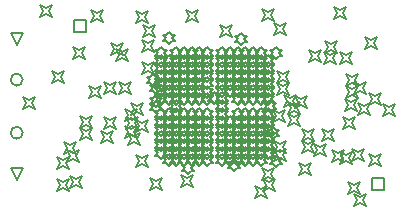
<source format=gbr>
%TF.GenerationSoftware,Altium Limited,Altium Designer,20.2.5 (213)*%
G04 Layer_Color=2752767*
%FSLAX26Y26*%
%MOIN*%
%TF.SameCoordinates,0FE6C2C3-B7F4-45EC-A48D-0F423D7CACB9*%
%TF.FilePolarity,Positive*%
%TF.FileFunction,Drawing*%
%TF.Part,Single*%
G01*
G75*
%TA.AperFunction,NonConductor*%
%ADD38C,0.005000*%
%ADD79C,0.006667*%
D38*
X2713000Y1580000D02*
Y1620000D01*
X2753000D01*
Y1580000D01*
X2713000D01*
X1721000Y2107000D02*
Y2147000D01*
X1761000D01*
Y2107000D01*
X1721000D01*
X1530000Y2064410D02*
X1510000Y2104410D01*
X1550000D01*
X1530000Y2064410D01*
Y1615590D02*
X1510000Y1655590D01*
X1550000D01*
X1530000Y1615590D01*
X2061759Y1864237D02*
X2071759Y1874237D01*
X2081759D01*
X2071759Y1884237D01*
X2081759Y1894237D01*
X2071759D01*
X2061759Y1904237D01*
X2051759Y1894237D01*
X2041759D01*
X2051759Y1884237D01*
X2041759Y1874237D01*
X2051759D01*
X2061759Y1864237D01*
Y1839066D02*
X2071759Y1849066D01*
X2081759D01*
X2071759Y1859066D01*
X2081759Y1869066D01*
X2071759D01*
X2061759Y1879066D01*
X2051759Y1869066D01*
X2041759D01*
X2051759Y1859066D01*
X2041759Y1849066D01*
X2051759D01*
X2061759Y1839066D01*
X2213590Y1868317D02*
X2223590Y1878317D01*
X2233590D01*
X2223590Y1888317D01*
X2233590Y1898317D01*
X2223590D01*
X2213590Y1908317D01*
X2203590Y1898317D01*
X2193590D01*
X2203590Y1888317D01*
X2193590Y1878317D01*
X2203590D01*
X2213590Y1868317D01*
X2215305Y1839066D02*
X2225305Y1849066D01*
X2235305D01*
X2225305Y1859066D01*
X2235305Y1869066D01*
X2225305D01*
X2215305Y1879066D01*
X2205305Y1869066D01*
X2195305D01*
X2205305Y1859066D01*
X2195305Y1849066D01*
X2205305D01*
X2215305Y1839066D01*
X2164121Y1864237D02*
X2174121Y1874237D01*
X2184121D01*
X2174121Y1884237D01*
X2184121Y1894237D01*
X2174121D01*
X2164121Y1904237D01*
X2154121Y1894237D01*
X2144121D01*
X2154121Y1884237D01*
X2144121Y1874237D01*
X2154121D01*
X2164121Y1864237D01*
X2189074Y1866381D02*
X2199074Y1876381D01*
X2209074D01*
X2199074Y1886381D01*
X2209074Y1896381D01*
X2199074D01*
X2189074Y1906381D01*
X2179074Y1896381D01*
X2169074D01*
X2179074Y1886381D01*
X2169074Y1876381D01*
X2179074D01*
X2189074Y1866381D01*
X2292077Y1736283D02*
X2302077Y1746283D01*
X2312077D01*
X2302077Y1756283D01*
X2312077Y1766283D01*
X2302077D01*
X2292077Y1776283D01*
X2282077Y1766283D01*
X2272077D01*
X2282077Y1756283D01*
X2272077Y1746283D01*
X2282077D01*
X2292077Y1736283D01*
X2240895D02*
X2250895Y1746283D01*
X2260895D01*
X2250895Y1756283D01*
X2260895Y1766283D01*
X2250895D01*
X2240895Y1776283D01*
X2230895Y1766283D01*
X2220895D01*
X2230895Y1756283D01*
X2220895Y1746283D01*
X2230895D01*
X2240895Y1736283D01*
X2266485D02*
X2276485Y1746283D01*
X2286485D01*
X2276485Y1756283D01*
X2286485Y1766283D01*
X2276485D01*
X2266485Y1776283D01*
X2256485Y1766283D01*
X2246485D01*
X2256485Y1756283D01*
X2246485Y1746283D01*
X2256485D01*
X2266485Y1736283D01*
X2215305D02*
X2225305Y1746283D01*
X2235305D01*
X2225305Y1756283D01*
X2235305Y1766283D01*
X2225305D01*
X2215305Y1776283D01*
X2205305Y1766283D01*
X2195305D01*
X2205305Y1756283D01*
X2195305Y1746283D01*
X2205305D01*
X2215305Y1736283D01*
X2317667D02*
X2327667Y1746283D01*
X2337667D01*
X2327667Y1756283D01*
X2337667Y1766283D01*
X2327667D01*
X2317667Y1776283D01*
X2307667Y1766283D01*
X2297667D01*
X2307667Y1756283D01*
X2297667Y1746283D01*
X2307667D01*
X2317667Y1736283D01*
X2164121Y1813055D02*
X2174121Y1823055D01*
X2184121D01*
X2174121Y1833055D01*
X2184121Y1843055D01*
X2174121D01*
X2164121Y1853055D01*
X2154121Y1843055D01*
X2144121D01*
X2154121Y1833055D01*
X2144121Y1823055D01*
X2154121D01*
X2164121Y1813055D01*
X2215305Y1889829D02*
X2225305Y1899829D01*
X2235305D01*
X2225305Y1909829D01*
X2235305Y1919829D01*
X2225305D01*
X2215305Y1929829D01*
X2205305Y1919829D01*
X2195305D01*
X2205305Y1909829D01*
X2195305Y1899829D01*
X2205305D01*
X2215305Y1889829D01*
X2317667Y1761875D02*
X2327667Y1771875D01*
X2337667D01*
X2327667Y1781875D01*
X2337667Y1791875D01*
X2327667D01*
X2317667Y1801875D01*
X2307667Y1791875D01*
X2297667D01*
X2307667Y1781875D01*
X2297667Y1771875D01*
X2307667D01*
X2317667Y1761875D01*
X2343257D02*
X2353257Y1771875D01*
X2363257D01*
X2353257Y1781875D01*
X2363257Y1791875D01*
X2353257D01*
X2343257Y1801875D01*
X2333257Y1791875D01*
X2323257D01*
X2333257Y1781875D01*
X2323257Y1771875D01*
X2333257D01*
X2343257Y1761875D01*
X2368847D02*
X2378847Y1771875D01*
X2388847D01*
X2378847Y1781875D01*
X2388847Y1791875D01*
X2378847D01*
X2368847Y1801875D01*
X2358847Y1791875D01*
X2348847D01*
X2358847Y1781875D01*
X2348847Y1771875D01*
X2358847D01*
X2368847Y1761875D01*
X2343257Y1736283D02*
X2353257Y1746283D01*
X2363257D01*
X2353257Y1756283D01*
X2363257Y1766283D01*
X2353257D01*
X2343257Y1776283D01*
X2333257Y1766283D01*
X2323257D01*
X2333257Y1756283D01*
X2323257Y1746283D01*
X2333257D01*
X2343257Y1736283D01*
X2164448Y1915745D02*
X2174448Y1925745D01*
X2184448D01*
X2174448Y1935745D01*
X2184448Y1945745D01*
X2174448D01*
X2164448Y1955745D01*
X2154448Y1945745D01*
X2144448D01*
X2154448Y1935745D01*
X2144448Y1925745D01*
X2154448D01*
X2164448Y1915745D01*
X2163039Y1888747D02*
X2173039Y1898747D01*
X2183039D01*
X2173039Y1908747D01*
X2183039Y1918747D01*
X2173039D01*
X2163039Y1928747D01*
X2153039Y1918747D01*
X2143039D01*
X2153039Y1908747D01*
X2143039Y1898747D01*
X2153039D01*
X2163039Y1888747D01*
X2215305Y1915419D02*
X2225305Y1925419D01*
X2235305D01*
X2225305Y1935419D01*
X2235305Y1945419D01*
X2225305D01*
X2215305Y1955419D01*
X2205305Y1945419D01*
X2195305D01*
X2205305Y1935419D01*
X2195305Y1925419D01*
X2205305D01*
X2215305Y1915419D01*
X2138531Y1864237D02*
X2148531Y1874237D01*
X2158531D01*
X2148531Y1884237D01*
X2158531Y1894237D01*
X2148531D01*
X2138531Y1904237D01*
X2128531Y1894237D01*
X2118531D01*
X2128531Y1884237D01*
X2118531Y1874237D01*
X2128531D01*
X2138531Y1864237D01*
Y1915419D02*
X2148531Y1925419D01*
X2158531D01*
X2148531Y1935419D01*
X2158531Y1945419D01*
X2148531D01*
X2138531Y1955419D01*
X2128531Y1945419D01*
X2118531D01*
X2128531Y1935419D01*
X2118531Y1925419D01*
X2128531D01*
X2138531Y1915419D01*
Y1889829D02*
X2148531Y1899829D01*
X2158531D01*
X2148531Y1909829D01*
X2158531Y1919829D01*
X2148531D01*
X2138531Y1929829D01*
X2128531Y1919829D01*
X2118531D01*
X2128531Y1909829D01*
X2118531Y1899829D01*
X2128531D01*
X2138531Y1889829D01*
X2164121Y1710693D02*
X2174121Y1720693D01*
X2184121D01*
X2174121Y1730693D01*
X2184121Y1740693D01*
X2174121D01*
X2164121Y1750693D01*
X2154121Y1740693D01*
X2144121D01*
X2154121Y1730693D01*
X2144121Y1720693D01*
X2154121D01*
X2164121Y1710693D01*
Y1685103D02*
X2174121Y1695103D01*
X2184121D01*
X2174121Y1705103D01*
X2184121Y1715103D01*
X2174121D01*
X2164121Y1725103D01*
X2154121Y1715103D01*
X2144121D01*
X2154121Y1705103D01*
X2144121Y1695103D01*
X2154121D01*
X2164121Y1685103D01*
X2061759Y1813055D02*
X2071759Y1823055D01*
X2081759D01*
X2071759Y1833055D01*
X2081759Y1843055D01*
X2071759D01*
X2061759Y1853055D01*
X2051759Y1843055D01*
X2041759D01*
X2051759Y1833055D01*
X2041759Y1823055D01*
X2051759D01*
X2061759Y1813055D01*
X2087351D02*
X2097351Y1823055D01*
X2107351D01*
X2097351Y1833055D01*
X2107351Y1843055D01*
X2097351D01*
X2087351Y1853055D01*
X2077351Y1843055D01*
X2067351D01*
X2077351Y1833055D01*
X2067351Y1823055D01*
X2077351D01*
X2087351Y1813055D01*
X2666916Y1829163D02*
X2676916Y1849163D01*
X2666916Y1869163D01*
X2686916Y1859163D01*
X2706916Y1869163D01*
X2696916Y1849163D01*
X2706916Y1829163D01*
X2686916Y1839163D01*
X2666916Y1829163D01*
X2624514Y1843944D02*
X2634514Y1863944D01*
X2624514Y1883944D01*
X2644514Y1873944D01*
X2664514Y1883944D01*
X2654514Y1863944D01*
X2664514Y1843944D01*
X2644514Y1853944D01*
X2624514Y1843944D01*
X2704945Y1864922D02*
X2714945Y1884922D01*
X2704945Y1904922D01*
X2724945Y1894922D01*
X2744945Y1904922D01*
X2734945Y1884922D01*
X2744945Y1864922D01*
X2724945Y1874922D01*
X2704945Y1864922D01*
X2207000Y2091000D02*
X2217000Y2111000D01*
X2207000Y2131000D01*
X2227000Y2121000D01*
X2247000Y2131000D01*
X2237000Y2111000D01*
X2247000Y2091000D01*
X2227000Y2101000D01*
X2207000Y2091000D01*
X2434293Y1833050D02*
X2444293Y1853050D01*
X2434293Y1873050D01*
X2454293Y1863050D01*
X2474293Y1873050D01*
X2464293Y1853050D01*
X2474293Y1833050D01*
X2454293Y1843050D01*
X2434293Y1833050D01*
X2421292Y1858636D02*
X2431292Y1878636D01*
X2421292Y1898636D01*
X2441292Y1888636D01*
X2461292Y1898636D01*
X2451292Y1878636D01*
X2461292Y1858636D01*
X2441292Y1868636D01*
X2421292Y1858636D01*
X2384293Y1805790D02*
X2394293Y1825790D01*
X2384293Y1845790D01*
X2404293Y1835790D01*
X2424293Y1845790D01*
X2414293Y1825790D01*
X2424293Y1805790D01*
X2404293Y1815790D01*
X2384293Y1805790D01*
X2368847Y1864237D02*
X2378847Y1874237D01*
X2388847D01*
X2378847Y1884237D01*
X2388847Y1894237D01*
X2378847D01*
X2368847Y1904237D01*
X2358847Y1894237D01*
X2348847D01*
X2358847Y1884237D01*
X2348847Y1874237D01*
X2358847D01*
X2368847Y1864237D01*
X2628486Y1888525D02*
X2638486Y1908525D01*
X2628486Y1928525D01*
X2648486Y1918525D01*
X2668486Y1928525D01*
X2658486Y1908525D01*
X2668486Y1888525D01*
X2648486Y1898525D01*
X2628486Y1888525D01*
X2456762Y1854184D02*
X2466762Y1874184D01*
X2456762Y1894184D01*
X2476762Y1884184D01*
X2496762Y1894184D01*
X2486762Y1874184D01*
X2496762Y1854184D01*
X2476762Y1864184D01*
X2456762Y1854184D01*
X2434293Y1795050D02*
X2444293Y1815050D01*
X2434293Y1835050D01*
X2454293Y1825050D01*
X2474293Y1835050D01*
X2464293Y1815050D01*
X2474293Y1795050D01*
X2454293Y1805050D01*
X2434293Y1795050D01*
X2373911Y1839066D02*
X2383911Y1849066D01*
X2393911D01*
X2383911Y1859066D01*
X2393911Y1869066D01*
X2383911D01*
X2373911Y1879066D01*
X2363911Y1869066D01*
X2353911D01*
X2363911Y1859066D01*
X2353911Y1849066D01*
X2363911D01*
X2373911Y1839066D01*
X2480248Y1744825D02*
X2490248Y1764825D01*
X2480248Y1784825D01*
X2500248Y1774825D01*
X2520248Y1784825D01*
X2510248Y1764825D01*
X2520248Y1744825D01*
X2500248Y1754825D01*
X2480248Y1744825D01*
Y1705188D02*
X2490248Y1725188D01*
X2480248Y1745188D01*
X2500248Y1735188D01*
X2520248Y1745188D01*
X2510248Y1725188D01*
X2520248Y1705188D01*
X2500248Y1715188D01*
X2480248Y1705188D01*
X2655284Y1526700D02*
X2665284Y1546700D01*
X2655284Y1566700D01*
X2675284Y1556700D01*
X2695284Y1566700D01*
X2685284Y1546700D01*
X2695284Y1526700D01*
X2675284Y1536700D01*
X2655284Y1526700D01*
X2350610Y1576810D02*
X2360610Y1596810D01*
X2350610Y1616810D01*
X2370610Y1606810D01*
X2390610Y1616810D01*
X2380610Y1596810D01*
X2390610Y1576810D01*
X2370610Y1586810D01*
X2350610Y1576810D01*
X2323716Y1555214D02*
X2333716Y1575214D01*
X2323716Y1595214D01*
X2343716Y1585214D01*
X2363716Y1595214D01*
X2353716Y1575214D01*
X2363716Y1555214D01*
X2343716Y1565214D01*
X2323716Y1555214D01*
X2348014Y1615590D02*
X2358014Y1635590D01*
X2348014Y1655590D01*
X2368014Y1645590D01*
X2388014Y1655590D01*
X2378014Y1635590D01*
X2388014Y1615590D01*
X2368014Y1625590D01*
X2348014Y1615590D01*
X2472378Y1629303D02*
X2482378Y1649303D01*
X2472378Y1669303D01*
X2492378Y1659303D01*
X2512378Y1669303D01*
X2502378Y1649303D01*
X2512378Y1629303D01*
X2492378Y1639303D01*
X2472378Y1629303D01*
X2389038Y1705188D02*
X2399038Y1725188D01*
X2389038Y1745188D01*
X2409038Y1735188D01*
X2429038Y1745188D01*
X2419038Y1725188D01*
X2429038Y1705188D01*
X2409038Y1715188D01*
X2389038Y1705188D01*
Y1675816D02*
X2399038Y1695816D01*
X2389038Y1715816D01*
X2409038Y1705816D01*
X2429038Y1715816D01*
X2419038Y1695816D01*
X2429038Y1675816D01*
X2409038Y1685816D01*
X2389038Y1675816D01*
X1975434Y1580000D02*
X1985434Y1600000D01*
X1975434Y1620000D01*
X1995434Y1610000D01*
X2015434Y1620000D01*
X2005434Y1600000D01*
X2015434Y1580000D01*
X1995434Y1590000D01*
X1975434Y1580000D01*
X2396980Y1936060D02*
X2406980Y1956060D01*
X2396980Y1976060D01*
X2416980Y1966060D01*
X2436980Y1976060D01*
X2426980Y1956060D01*
X2436980Y1936060D01*
X2416980Y1946060D01*
X2396980Y1936060D01*
X2397710Y1898060D02*
X2407710Y1918060D01*
X2397710Y1938060D01*
X2417710Y1928060D01*
X2437710Y1938060D01*
X2427710Y1918060D01*
X2437710Y1898060D01*
X2417710Y1908060D01*
X2397710Y1898060D01*
X2385775Y1749079D02*
X2395775Y1759079D01*
X2405775D01*
X2395775Y1769079D01*
X2405775Y1779079D01*
X2395775D01*
X2385775Y1789079D01*
X2375775Y1779079D01*
X2365775D01*
X2375775Y1769079D01*
X2365775Y1759079D01*
X2375775D01*
X2385775Y1749079D01*
X2266531Y1659557D02*
X2276531Y1669557D01*
X2286531D01*
X2276531Y1679557D01*
X2286531Y1689557D01*
X2276531D01*
X2266531Y1699557D01*
X2256531Y1689557D01*
X2246531D01*
X2256531Y1679557D01*
X2246531Y1669557D01*
X2256531D01*
X2266531Y1659557D01*
X2254332Y1643349D02*
X2264332Y1653349D01*
X2274332D01*
X2264332Y1663349D01*
X2274332Y1673349D01*
X2264332D01*
X2254332Y1683349D01*
X2244332Y1673349D01*
X2234332D01*
X2244332Y1663349D01*
X2234332Y1653349D01*
X2244332D01*
X2254332Y1643349D01*
X2704945Y1659511D02*
X2714945Y1679511D01*
X2704945Y1699511D01*
X2724945Y1689511D01*
X2744945Y1699511D01*
X2734945Y1679511D01*
X2744945Y1659511D01*
X2724945Y1669511D01*
X2704945Y1659511D01*
X2608383Y1668161D02*
X2618383Y1688161D01*
X2608383Y1708161D01*
X2628383Y1698161D01*
X2648383Y1708161D01*
X2638383Y1688161D01*
X2648383Y1668161D01*
X2628383Y1678161D01*
X2608383Y1668161D01*
X2547783Y1744825D02*
X2557783Y1764825D01*
X2547783Y1784825D01*
X2567783Y1774825D01*
X2587783Y1784825D01*
X2577783Y1764825D01*
X2587783Y1744825D01*
X2567783Y1754825D01*
X2547783Y1744825D01*
X2076720Y1592064D02*
X2086720Y1612064D01*
X2076720Y1632064D01*
X2096720Y1622064D01*
X2116720Y1632064D01*
X2106720Y1612064D01*
X2116720Y1592064D01*
X2096720Y1602064D01*
X2076720Y1592064D01*
X2628486Y1927575D02*
X2638486Y1947575D01*
X2628486Y1967575D01*
X2648486Y1957575D01*
X2668486Y1967575D01*
X2658486Y1947575D01*
X2668486Y1927575D01*
X2648486Y1937575D01*
X2628486Y1927575D01*
X2582708Y1672307D02*
X2592708Y1692307D01*
X2582708Y1712307D01*
X2602708Y1702307D01*
X2622708Y1712307D01*
X2612708Y1692307D01*
X2622708Y1672307D01*
X2602708Y1682307D01*
X2582708Y1672307D01*
X2555388Y1999284D02*
X2565388Y2019284D01*
X2555388Y2039284D01*
X2575388Y2029284D01*
X2595388Y2039284D01*
X2585388Y2019284D01*
X2595388Y1999284D01*
X2575388Y2009284D01*
X2555388Y1999284D01*
X2503447Y2007644D02*
X2513447Y2027644D01*
X2503447Y2047644D01*
X2523447Y2037644D01*
X2543447Y2047644D01*
X2533447Y2027644D01*
X2543447Y2007644D01*
X2523447Y2017644D01*
X2503447Y2007644D01*
X1550496Y1849684D02*
X1560496Y1869684D01*
X1550496Y1889684D01*
X1570496Y1879684D01*
X1590496Y1889684D01*
X1580496Y1869684D01*
X1590496Y1849684D01*
X1570496Y1859684D01*
X1550496Y1849684D01*
X1740000Y1748601D02*
X1750000Y1768601D01*
X1740000Y1788601D01*
X1760000Y1778601D01*
X1780000Y1788601D01*
X1770000Y1768601D01*
X1780000Y1748601D01*
X1760000Y1758601D01*
X1740000Y1748601D01*
X1820875Y1784789D02*
X1830875Y1804789D01*
X1820875Y1824789D01*
X1840875Y1814789D01*
X1860875Y1824789D01*
X1850875Y1804789D01*
X1860875Y1784789D01*
X1840875Y1794789D01*
X1820875Y1784789D01*
X1892135Y1754521D02*
X1902135Y1774521D01*
X1892135Y1794521D01*
X1912135Y1784521D01*
X1932135Y1794521D01*
X1922135Y1774521D01*
X1932135Y1754521D01*
X1912135Y1764521D01*
X1892135Y1754521D01*
X1895802Y1785058D02*
X1905802Y1805058D01*
X1895802Y1825058D01*
X1915802Y1815058D01*
X1935802Y1825058D01*
X1925802Y1805058D01*
X1935802Y1785058D01*
X1915802Y1795058D01*
X1895802Y1785058D01*
X1927253Y1773616D02*
X1937253Y1793616D01*
X1927253Y1813616D01*
X1947253Y1803616D01*
X1967253Y1813616D01*
X1957253Y1793616D01*
X1967253Y1773616D01*
X1947253Y1783616D01*
X1927253Y1773616D01*
X1994726Y1838549D02*
X2004726Y1848549D01*
X2014726D01*
X2004726Y1858549D01*
X2014726Y1868549D01*
X2004726D01*
X1994726Y1878549D01*
X1984726Y1868549D01*
X1974726D01*
X1984726Y1858549D01*
X1974726Y1848549D01*
X1984726D01*
X1994726Y1838549D01*
X1609209Y2156889D02*
X1619209Y2176889D01*
X1609209Y2196889D01*
X1629209Y2186889D01*
X1649209Y2196889D01*
X1639209Y2176889D01*
X1649209Y2156889D01*
X1629209Y2166889D01*
X1609209Y2156889D01*
X1928155Y2136034D02*
X1938155Y2156034D01*
X1928155Y2176034D01*
X1948155Y2166034D01*
X1968155Y2176034D01*
X1958155Y2156034D01*
X1968155Y2136034D01*
X1948155Y2146034D01*
X1928155Y2136034D01*
X2348847Y2144478D02*
X2358847Y2164478D01*
X2348847Y2184478D01*
X2368847Y2174478D01*
X2388847Y2184478D01*
X2378847Y2164478D01*
X2388847Y2144478D01*
X2368847Y2154478D01*
X2348847Y2144478D01*
X1891644Y1811751D02*
X1901644Y1831751D01*
X1891644Y1851751D01*
X1911644Y1841751D01*
X1931644Y1851751D01*
X1921644Y1831751D01*
X1931644Y1811751D01*
X1911644Y1821751D01*
X1891644Y1811751D01*
X1994726Y1858636D02*
X2004726Y1868636D01*
X2014726D01*
X2004726Y1878636D01*
X2014726Y1888636D01*
X2004726D01*
X1994726Y1898636D01*
X1984726Y1888636D01*
X1974726D01*
X1984726Y1878636D01*
X1974726Y1868636D01*
X1984726D01*
X1994726Y1858636D01*
X2112941Y1941009D02*
X2122941Y1951009D01*
X2132941D01*
X2122941Y1961009D01*
X2132941Y1971009D01*
X2122941D01*
X2112941Y1981009D01*
X2102941Y1971009D01*
X2092941D01*
X2102941Y1961009D01*
X2092941Y1951009D01*
X2102941D01*
X2112941Y1941009D01*
X2588459Y2150195D02*
X2598459Y2170195D01*
X2588459Y2190195D01*
X2608459Y2180195D01*
X2628459Y2190195D01*
X2618459Y2170195D01*
X2628459Y2150195D01*
X2608459Y2160195D01*
X2588459Y2150195D01*
X2092941Y2141177D02*
X2102941Y2161177D01*
X2092941Y2181177D01*
X2112941Y2171177D01*
X2132941Y2181177D01*
X2122941Y2161177D01*
X2132941Y2141177D01*
X2112941Y2151177D01*
X2092941Y2141177D01*
X1778575Y2141653D02*
X1788575Y2161653D01*
X1778575Y2181653D01*
X1798575Y2171653D01*
X1818575Y2181653D01*
X1808575Y2161653D01*
X1818575Y2141653D01*
X1798575Y2151653D01*
X1778575Y2141653D01*
X2010579Y1813055D02*
X2020579Y1823055D01*
X2030579D01*
X2020579Y1833055D01*
X2030579Y1843055D01*
X2020579D01*
X2010579Y1853055D01*
X2000579Y1843055D01*
X1990579D01*
X2000579Y1833055D01*
X1990579Y1823055D01*
X2000579D01*
X2010579Y1813055D01*
X2100147Y1634071D02*
X2110147Y1644071D01*
X2120147D01*
X2110147Y1654071D01*
X2120147Y1664071D01*
X2110147D01*
X2100147Y1674071D01*
X2090147Y1664071D01*
X2080147D01*
X2090147Y1654071D01*
X2080147Y1644071D01*
X2090147D01*
X2100147Y1634071D01*
X2215305Y1787465D02*
X2225305Y1797465D01*
X2235305D01*
X2225305Y1807465D01*
X2235305Y1817465D01*
X2225305D01*
X2215305Y1827465D01*
X2205305Y1817465D01*
X2195305D01*
X2205305Y1807465D01*
X2195305Y1797465D01*
X2205305D01*
X2215305Y1787465D01*
X2646383Y1675816D02*
X2656383Y1695816D01*
X2646383Y1715816D01*
X2666383Y1705816D01*
X2686383Y1715816D01*
X2676383Y1695816D01*
X2686383Y1675816D01*
X2666383Y1685816D01*
X2646383Y1675816D01*
X2690581Y2050070D02*
X2700581Y2070070D01*
X2690581Y2090070D01*
X2710581Y2080070D01*
X2730581Y2090070D01*
X2720581Y2070070D01*
X2730581Y2050070D01*
X2710581Y2060070D01*
X2690581Y2050070D01*
X2556178Y2038576D02*
X2566178Y2058576D01*
X2556178Y2078576D01*
X2576178Y2068576D01*
X2596178Y2078576D01*
X2586178Y2058576D01*
X2596178Y2038576D01*
X2576178Y2048576D01*
X2556178Y2038576D01*
X2389038Y2098883D02*
X2399038Y2118883D01*
X2389038Y2138883D01*
X2409038Y2128883D01*
X2429038Y2138883D01*
X2419038Y2118883D01*
X2429038Y2098883D01*
X2409038Y2108883D01*
X2389038Y2098883D01*
X2607459Y1999673D02*
X2617459Y2019673D01*
X2607459Y2039673D01*
X2627459Y2029673D01*
X2647459Y2039673D01*
X2637459Y2019673D01*
X2647459Y1999673D01*
X2627459Y2009673D01*
X2607459Y1999673D01*
X1648732Y1938174D02*
X1658732Y1958174D01*
X1648732Y1978174D01*
X1668732Y1968174D01*
X1688732Y1978174D01*
X1678732Y1958174D01*
X1688732Y1938174D01*
X1668732Y1948174D01*
X1648732Y1938174D01*
X1708572Y1588425D02*
X1718572Y1608425D01*
X1708572Y1628425D01*
X1728572Y1618425D01*
X1748572Y1628425D01*
X1738572Y1608425D01*
X1748572Y1588425D01*
X1728572Y1598425D01*
X1708572Y1588425D01*
X1928155Y1656895D02*
X1938155Y1676895D01*
X1928155Y1696895D01*
X1948155Y1686895D01*
X1968155Y1696895D01*
X1958155Y1676895D01*
X1968155Y1656895D01*
X1948155Y1666895D01*
X1928155Y1656895D01*
X1769579Y1888525D02*
X1779579Y1908525D01*
X1769579Y1928525D01*
X1789579Y1918525D01*
X1809579Y1928525D01*
X1799579Y1908525D01*
X1809579Y1888525D01*
X1789579Y1898525D01*
X1769579Y1888525D01*
X1820875Y1899479D02*
X1830875Y1919479D01*
X1820875Y1939479D01*
X1840875Y1929479D01*
X1860875Y1939479D01*
X1850875Y1919479D01*
X1860875Y1899479D01*
X1840875Y1909479D01*
X1820875Y1899479D01*
X1912693Y1830753D02*
X1922693Y1850753D01*
X1912693Y1870753D01*
X1932693Y1860753D01*
X1952693Y1870753D01*
X1942693Y1850753D01*
X1952693Y1830753D01*
X1932693Y1840753D01*
X1912693Y1830753D01*
X2010579Y1710693D02*
X2020579Y1720693D01*
X2030579D01*
X2020579Y1730693D01*
X2030579Y1740693D01*
X2020579D01*
X2010579Y1750693D01*
X2000579Y1740693D01*
X1990579D01*
X2000579Y1730693D01*
X1990579Y1720693D01*
X2000579D01*
X2010579Y1710693D01*
X2393657Y1656895D02*
X2403657Y1666895D01*
X2413657D01*
X2403657Y1676895D01*
X2413657Y1686895D01*
X2403657D01*
X2393657Y1696895D01*
X2383657Y1686895D01*
X2373657D01*
X2383657Y1676895D01*
X2373657Y1666895D01*
X2383657D01*
X2393657Y1656895D01*
X2635787Y1566019D02*
X2645787Y1586019D01*
X2635787Y1606019D01*
X2655787Y1596019D01*
X2675787Y1606019D01*
X2665787Y1586019D01*
X2675787Y1566019D01*
X2655787Y1576019D01*
X2635787Y1566019D01*
X1696137Y1672307D02*
X1706137Y1692307D01*
X1696137Y1712307D01*
X1716137Y1702307D01*
X1736137Y1712307D01*
X1726137Y1692307D01*
X1736137Y1672307D01*
X1716137Y1682307D01*
X1696137Y1672307D01*
X1716700Y2017787D02*
X1726700Y2037787D01*
X1716700Y2057787D01*
X1736700Y2047787D01*
X1756700Y2057787D01*
X1746700Y2037787D01*
X1756700Y2017787D01*
X1736700Y2027787D01*
X1716700Y2017787D01*
X1872750Y1899479D02*
X1882750Y1919479D01*
X1872750Y1939479D01*
X1892750Y1929479D01*
X1912750Y1939479D01*
X1902750Y1919479D01*
X1912750Y1899479D01*
X1892750Y1909479D01*
X1872750Y1899479D01*
X1740000Y1787465D02*
X1750000Y1807465D01*
X1740000Y1827465D01*
X1760000Y1817465D01*
X1780000Y1827465D01*
X1770000Y1807465D01*
X1780000Y1787465D01*
X1760000Y1797465D01*
X1740000Y1787465D01*
X1686814Y1699707D02*
X1696814Y1719707D01*
X1686814Y1739707D01*
X1706814Y1729707D01*
X1726814Y1739707D01*
X1716814Y1719707D01*
X1726814Y1699707D01*
X1706814Y1709707D01*
X1686814Y1699707D01*
X1810745Y1738039D02*
X1820745Y1758039D01*
X1810745Y1778039D01*
X1830745Y1768039D01*
X1850745Y1778039D01*
X1840745Y1758039D01*
X1850745Y1738039D01*
X1830745Y1748039D01*
X1810745Y1738039D01*
X1662801Y1578189D02*
X1672801Y1598189D01*
X1662801Y1618189D01*
X1682801Y1608189D01*
X1702801Y1618189D01*
X1692801Y1598189D01*
X1702801Y1578189D01*
X1682801Y1588189D01*
X1662801Y1578189D01*
X1949501Y2091000D02*
X1959501Y2111000D01*
X1949501Y2131000D01*
X1969501Y2121000D01*
X1989501Y2131000D01*
X1979501Y2111000D01*
X1989501Y2091000D01*
X1969501Y2101000D01*
X1949501Y2091000D01*
X2036169Y2065957D02*
X2046169Y2075957D01*
X2056169D01*
X2046169Y2085957D01*
X2056169Y2095957D01*
X2046169D01*
X2036169Y2105957D01*
X2026169Y2095957D01*
X2016169D01*
X2026169Y2085957D01*
X2016169Y2075957D01*
X2026169D01*
X2036169Y2065957D01*
X1901000Y1730079D02*
X1911000Y1750079D01*
X1901000Y1770079D01*
X1921000Y1760079D01*
X1941000Y1770079D01*
X1931000Y1750079D01*
X1941000Y1730079D01*
X1921000Y1740079D01*
X1901000Y1730079D01*
X1994726Y1901532D02*
X2004726Y1911532D01*
X2014726D01*
X2004726Y1921532D01*
X2014726Y1931532D01*
X2004726D01*
X1994726Y1941532D01*
X1984726Y1931532D01*
X1974726D01*
X1984726Y1921532D01*
X1974726Y1911532D01*
X1984726D01*
X1994726Y1901532D01*
X1985391Y1928838D02*
X1995391Y1938838D01*
X2005391D01*
X1995391Y1948838D01*
X2005391Y1958838D01*
X1995391D01*
X1985391Y1968838D01*
X1975391Y1958838D01*
X1965391D01*
X1975391Y1948838D01*
X1965391Y1938838D01*
X1975391D01*
X1985391Y1928838D01*
X2010579Y1915419D02*
X2020579Y1925419D01*
X2030579D01*
X2020579Y1935419D01*
X2030579Y1945419D01*
X2020579D01*
X2010579Y1955419D01*
X2000579Y1945419D01*
X1990579D01*
X2000579Y1935419D01*
X1990579Y1925419D01*
X2000579D01*
X2010579Y1915419D01*
X1844425Y2029060D02*
X1854425Y2049060D01*
X1844425Y2069060D01*
X1864425Y2059060D01*
X1884425Y2069060D01*
X1874425Y2049060D01*
X1884425Y2029060D01*
X1864425Y2039060D01*
X1844425Y2029060D01*
X1862106Y2009254D02*
X1872106Y2029254D01*
X1862106Y2049254D01*
X1882106Y2039254D01*
X1902106Y2049254D01*
X1892106Y2029254D01*
X1902106Y2009254D01*
X1882106Y2019254D01*
X1862106Y2009254D01*
X1946253Y2039998D02*
X1956253Y2059998D01*
X1946253Y2079998D01*
X1966253Y2069998D01*
X1986253Y2079998D01*
X1976253Y2059998D01*
X1986253Y2039998D01*
X1966253Y2049998D01*
X1946253Y2039998D01*
Y1967580D02*
X1956253Y1987580D01*
X1946253Y2007580D01*
X1966253Y1997580D01*
X1986253Y2007580D01*
X1976253Y1987580D01*
X1986253Y1967580D01*
X1966253Y1977580D01*
X1946253Y1967580D01*
X2240895Y1889829D02*
X2250895Y1899829D01*
X2260895D01*
X2250895Y1909829D01*
X2260895Y1919829D01*
X2250895D01*
X2240895Y1929829D01*
X2230895Y1919829D01*
X2220895D01*
X2230895Y1909829D01*
X2220895Y1899829D01*
X2230895D01*
X2240895Y1889829D01*
X2112941Y1787465D02*
X2122941Y1797465D01*
X2132941D01*
X2122941Y1807465D01*
X2132941Y1817465D01*
X2122941D01*
X2112941Y1827465D01*
X2102941Y1817465D01*
X2092941D01*
X2102941Y1807465D01*
X2092941Y1797465D01*
X2102941D01*
X2112941Y1787465D01*
X2279281Y2064410D02*
X2289281Y2074410D01*
X2299281D01*
X2289281Y2084410D01*
X2299281Y2094410D01*
X2289281D01*
X2279281Y2104410D01*
X2269281Y2094410D01*
X2259281D01*
X2269281Y2084410D01*
X2259281Y2074410D01*
X2269281D01*
X2279281Y2064410D01*
X2292077Y2017781D02*
X2302077Y2027781D01*
X2312077D01*
X2302077Y2037781D01*
X2312077Y2047781D01*
X2302077D01*
X2292077Y2057781D01*
X2282077Y2047781D01*
X2272077D01*
X2282077Y2037781D01*
X2272077Y2027781D01*
X2282077D01*
X2292077Y2017781D01*
X2395885D02*
X2405885Y2027781D01*
X2415885D01*
X2405885Y2037781D01*
X2415885Y2047781D01*
X2405885D01*
X2395885Y2057781D01*
X2385885Y2047781D01*
X2375885D01*
X2385885Y2037781D01*
X2375885Y2027781D01*
X2385885D01*
X2395885Y2017781D01*
X2215305Y1813055D02*
X2225305Y1823055D01*
X2235305D01*
X2225305Y1833055D01*
X2235305Y1843055D01*
X2225305D01*
X2215305Y1853055D01*
X2205305Y1843055D01*
X2195305D01*
X2205305Y1833055D01*
X2195305Y1823055D01*
X2205305D01*
X2215305Y1813055D01*
X2164121Y1787465D02*
X2174121Y1797465D01*
X2184121D01*
X2174121Y1807465D01*
X2184121Y1817465D01*
X2174121D01*
X2164121Y1827465D01*
X2154121Y1817465D01*
X2144121D01*
X2154121Y1807465D01*
X2144121Y1797465D01*
X2154121D01*
X2164121Y1787465D01*
X2138531Y1813055D02*
X2148531Y1823055D01*
X2158531D01*
X2148531Y1833055D01*
X2158531Y1843055D01*
X2148531D01*
X2138531Y1853055D01*
X2128531Y1843055D01*
X2118531D01*
X2128531Y1833055D01*
X2118531Y1823055D01*
X2128531D01*
X2138531Y1813055D01*
Y1787465D02*
X2148531Y1797465D01*
X2158531D01*
X2148531Y1807465D01*
X2158531Y1817465D01*
X2148531D01*
X2138531Y1827465D01*
X2128531Y1817465D01*
X2118531D01*
X2128531Y1807465D01*
X2118531Y1797465D01*
X2128531D01*
X2138531Y1787465D01*
X2240895D02*
X2250895Y1797465D01*
X2260895D01*
X2250895Y1807465D01*
X2260895Y1817465D01*
X2250895D01*
X2240895Y1827465D01*
X2230895Y1817465D01*
X2220895D01*
X2230895Y1807465D01*
X2220895Y1797465D01*
X2230895D01*
X2240895Y1787465D01*
X2164121Y1761875D02*
X2174121Y1771875D01*
X2184121D01*
X2174121Y1781875D01*
X2184121Y1791875D01*
X2174121D01*
X2164121Y1801875D01*
X2154121Y1791875D01*
X2144121D01*
X2154121Y1781875D01*
X2144121Y1771875D01*
X2154121D01*
X2164121Y1761875D01*
X2215305D02*
X2225305Y1771875D01*
X2235305D01*
X2225305Y1781875D01*
X2235305Y1791875D01*
X2225305D01*
X2215305Y1801875D01*
X2205305Y1791875D01*
X2195305D01*
X2205305Y1781875D01*
X2195305Y1771875D01*
X2205305D01*
X2215305Y1761875D01*
X2112941Y1813055D02*
X2122941Y1823055D01*
X2132941D01*
X2122941Y1833055D01*
X2132941Y1843055D01*
X2122941D01*
X2112941Y1853055D01*
X2102941Y1843055D01*
X2092941D01*
X2102941Y1833055D01*
X2092941Y1823055D01*
X2102941D01*
X2112941Y1813055D01*
X2266485D02*
X2276485Y1823055D01*
X2286485D01*
X2276485Y1833055D01*
X2286485Y1843055D01*
X2276485D01*
X2266485Y1853055D01*
X2256485Y1843055D01*
X2246485D01*
X2256485Y1833055D01*
X2246485Y1823055D01*
X2256485D01*
X2266485Y1813055D01*
X2112941Y1864237D02*
X2122941Y1874237D01*
X2132941D01*
X2122941Y1884237D01*
X2132941Y1894237D01*
X2122941D01*
X2112941Y1904237D01*
X2102941Y1894237D01*
X2092941D01*
X2102941Y1884237D01*
X2092941Y1874237D01*
X2102941D01*
X2112941Y1864237D01*
X2266485D02*
X2276485Y1874237D01*
X2286485D01*
X2276485Y1884237D01*
X2286485Y1894237D01*
X2276485D01*
X2266485Y1904237D01*
X2256485Y1894237D01*
X2246485D01*
X2256485Y1884237D01*
X2246485Y1874237D01*
X2256485D01*
X2266485Y1864237D01*
X2138531Y1761875D02*
X2148531Y1771875D01*
X2158531D01*
X2148531Y1781875D01*
X2158531Y1791875D01*
X2148531D01*
X2138531Y1801875D01*
X2128531Y1791875D01*
X2118531D01*
X2128531Y1781875D01*
X2118531Y1771875D01*
X2128531D01*
X2138531Y1761875D01*
X2240895D02*
X2250895Y1771875D01*
X2260895D01*
X2250895Y1781875D01*
X2260895Y1791875D01*
X2250895D01*
X2240895Y1801875D01*
X2230895Y1791875D01*
X2220895D01*
X2230895Y1781875D01*
X2220895Y1771875D01*
X2230895D01*
X2240895Y1761875D01*
X2266485Y1787465D02*
X2276485Y1797465D01*
X2286485D01*
X2276485Y1807465D01*
X2286485Y1817465D01*
X2276485D01*
X2266485Y1827465D01*
X2256485Y1817465D01*
X2246485D01*
X2256485Y1807465D01*
X2246485Y1797465D01*
X2256485D01*
X2266485Y1787465D01*
X2112941Y1889829D02*
X2122941Y1899829D01*
X2132941D01*
X2122941Y1909829D01*
X2132941Y1919829D01*
X2122941D01*
X2112941Y1929829D01*
X2102941Y1919829D01*
X2092941D01*
X2102941Y1909829D01*
X2092941Y1899829D01*
X2102941D01*
X2112941Y1889829D01*
X2266485D02*
X2276485Y1899829D01*
X2286485D01*
X2276485Y1909829D01*
X2286485Y1919829D01*
X2276485D01*
X2266485Y1929829D01*
X2256485Y1919829D01*
X2246485D01*
X2256485Y1909829D01*
X2246485Y1899829D01*
X2256485D01*
X2266485Y1889829D01*
X2240895Y1915419D02*
X2250895Y1925419D01*
X2260895D01*
X2250895Y1935419D01*
X2260895Y1945419D01*
X2250895D01*
X2240895Y1955419D01*
X2230895Y1945419D01*
X2220895D01*
X2230895Y1935419D01*
X2220895Y1925419D01*
X2230895D01*
X2240895Y1915419D01*
X2112941Y1761875D02*
X2122941Y1771875D01*
X2132941D01*
X2122941Y1781875D01*
X2132941Y1791875D01*
X2122941D01*
X2112941Y1801875D01*
X2102941Y1791875D01*
X2092941D01*
X2102941Y1781875D01*
X2092941Y1771875D01*
X2102941D01*
X2112941Y1761875D01*
X2266485D02*
X2276485Y1771875D01*
X2286485D01*
X2276485Y1781875D01*
X2286485Y1791875D01*
X2276485D01*
X2266485Y1801875D01*
X2256485Y1791875D01*
X2246485D01*
X2256485Y1781875D01*
X2246485Y1771875D01*
X2256485D01*
X2266485Y1761875D01*
X2087351Y1864237D02*
X2097351Y1874237D01*
X2107351D01*
X2097351Y1884237D01*
X2107351Y1894237D01*
X2097351D01*
X2087351Y1904237D01*
X2077351Y1894237D01*
X2067351D01*
X2077351Y1884237D01*
X2067351Y1874237D01*
X2077351D01*
X2087351Y1864237D01*
X2164121Y1736283D02*
X2174121Y1746283D01*
X2184121D01*
X2174121Y1756283D01*
X2184121Y1766283D01*
X2174121D01*
X2164121Y1776283D01*
X2154121Y1766283D01*
X2144121D01*
X2154121Y1756283D01*
X2144121Y1746283D01*
X2154121D01*
X2164121Y1736283D01*
X2112941Y1915419D02*
X2122941Y1925419D01*
X2132941D01*
X2122941Y1935419D01*
X2132941Y1945419D01*
X2122941D01*
X2112941Y1955419D01*
X2102941Y1945419D01*
X2092941D01*
X2102941Y1935419D01*
X2092941Y1925419D01*
X2102941D01*
X2112941Y1915419D01*
X2266485D02*
X2276485Y1925419D01*
X2286485D01*
X2276485Y1935419D01*
X2286485Y1945419D01*
X2276485D01*
X2266485Y1955419D01*
X2256485Y1945419D01*
X2246485D01*
X2256485Y1935419D01*
X2246485Y1925419D01*
X2256485D01*
X2266485Y1915419D01*
X2164121Y1941009D02*
X2174121Y1951009D01*
X2184121D01*
X2174121Y1961009D01*
X2184121Y1971009D01*
X2174121D01*
X2164121Y1981009D01*
X2154121Y1971009D01*
X2144121D01*
X2154121Y1961009D01*
X2144121Y1951009D01*
X2154121D01*
X2164121Y1941009D01*
X2215305D02*
X2225305Y1951009D01*
X2235305D01*
X2225305Y1961009D01*
X2235305Y1971009D01*
X2225305D01*
X2215305Y1981009D01*
X2205305Y1971009D01*
X2195305D01*
X2205305Y1961009D01*
X2195305Y1951009D01*
X2205305D01*
X2215305Y1941009D01*
X2292077Y1813055D02*
X2302077Y1823055D01*
X2312077D01*
X2302077Y1833055D01*
X2312077Y1843055D01*
X2302077D01*
X2292077Y1853055D01*
X2282077Y1843055D01*
X2272077D01*
X2282077Y1833055D01*
X2272077Y1823055D01*
X2282077D01*
X2292077Y1813055D01*
Y1864237D02*
X2302077Y1874237D01*
X2312077D01*
X2302077Y1884237D01*
X2312077Y1894237D01*
X2302077D01*
X2292077Y1904237D01*
X2282077Y1894237D01*
X2272077D01*
X2282077Y1884237D01*
X2272077Y1874237D01*
X2282077D01*
X2292077Y1864237D01*
X2087351Y1787465D02*
X2097351Y1797465D01*
X2107351D01*
X2097351Y1807465D01*
X2107351Y1817465D01*
X2097351D01*
X2087351Y1827465D01*
X2077351Y1817465D01*
X2067351D01*
X2077351Y1807465D01*
X2067351Y1797465D01*
X2077351D01*
X2087351Y1787465D01*
Y1889829D02*
X2097351Y1899829D01*
X2107351D01*
X2097351Y1909829D01*
X2107351Y1919829D01*
X2097351D01*
X2087351Y1929829D01*
X2077351Y1919829D01*
X2067351D01*
X2077351Y1909829D01*
X2067351Y1899829D01*
X2077351D01*
X2087351Y1889829D01*
X2138531Y1736283D02*
X2148531Y1746283D01*
X2158531D01*
X2148531Y1756283D01*
X2158531Y1766283D01*
X2148531D01*
X2138531Y1776283D01*
X2128531Y1766283D01*
X2118531D01*
X2128531Y1756283D01*
X2118531Y1746283D01*
X2128531D01*
X2138531Y1736283D01*
Y1941009D02*
X2148531Y1951009D01*
X2158531D01*
X2148531Y1961009D01*
X2158531Y1971009D01*
X2148531D01*
X2138531Y1981009D01*
X2128531Y1971009D01*
X2118531D01*
X2128531Y1961009D01*
X2118531Y1951009D01*
X2128531D01*
X2138531Y1941009D01*
X2240895D02*
X2250895Y1951009D01*
X2260895D01*
X2250895Y1961009D01*
X2260895Y1971009D01*
X2250895D01*
X2240895Y1981009D01*
X2230895Y1971009D01*
X2220895D01*
X2230895Y1961009D01*
X2220895Y1951009D01*
X2230895D01*
X2240895Y1941009D01*
X2292077Y1787465D02*
X2302077Y1797465D01*
X2312077D01*
X2302077Y1807465D01*
X2312077Y1817465D01*
X2302077D01*
X2292077Y1827465D01*
X2282077Y1817465D01*
X2272077D01*
X2282077Y1807465D01*
X2272077Y1797465D01*
X2282077D01*
X2292077Y1787465D01*
Y1889829D02*
X2302077Y1899829D01*
X2312077D01*
X2302077Y1909829D01*
X2312077Y1919829D01*
X2302077D01*
X2292077Y1929829D01*
X2282077Y1919829D01*
X2272077D01*
X2282077Y1909829D01*
X2272077Y1899829D01*
X2282077D01*
X2292077Y1889829D01*
X2087351Y1761875D02*
X2097351Y1771875D01*
X2107351D01*
X2097351Y1781875D01*
X2107351Y1791875D01*
X2097351D01*
X2087351Y1801875D01*
X2077351Y1791875D01*
X2067351D01*
X2077351Y1781875D01*
X2067351Y1771875D01*
X2077351D01*
X2087351Y1761875D01*
Y1915419D02*
X2097351Y1925419D01*
X2107351D01*
X2097351Y1935419D01*
X2107351Y1945419D01*
X2097351D01*
X2087351Y1955419D01*
X2077351Y1945419D01*
X2067351D01*
X2077351Y1935419D01*
X2067351Y1925419D01*
X2077351D01*
X2087351Y1915419D01*
X2112941Y1736283D02*
X2122941Y1746283D01*
X2132941D01*
X2122941Y1756283D01*
X2132941Y1766283D01*
X2122941D01*
X2112941Y1776283D01*
X2102941Y1766283D01*
X2092941D01*
X2102941Y1756283D01*
X2092941Y1746283D01*
X2102941D01*
X2112941Y1736283D01*
X2266485Y1941009D02*
X2276485Y1951009D01*
X2286485D01*
X2276485Y1961009D01*
X2286485Y1971009D01*
X2276485D01*
X2266485Y1981009D01*
X2256485Y1971009D01*
X2246485D01*
X2256485Y1961009D01*
X2246485Y1951009D01*
X2256485D01*
X2266485Y1941009D01*
X2292077Y1761875D02*
X2302077Y1771875D01*
X2312077D01*
X2302077Y1781875D01*
X2312077Y1791875D01*
X2302077D01*
X2292077Y1801875D01*
X2282077Y1791875D01*
X2272077D01*
X2282077Y1781875D01*
X2272077Y1771875D01*
X2282077D01*
X2292077Y1761875D01*
Y1915419D02*
X2302077Y1925419D01*
X2312077D01*
X2302077Y1935419D01*
X2312077Y1945419D01*
X2302077D01*
X2292077Y1955419D01*
X2282077Y1945419D01*
X2272077D01*
X2282077Y1935419D01*
X2272077Y1925419D01*
X2282077D01*
X2292077Y1915419D01*
X2215305Y1710693D02*
X2225305Y1720693D01*
X2235305D01*
X2225305Y1730693D01*
X2235305Y1740693D01*
X2225305D01*
X2215305Y1750693D01*
X2205305Y1740693D01*
X2195305D01*
X2205305Y1730693D01*
X2195305Y1720693D01*
X2205305D01*
X2215305Y1710693D01*
X2317667Y1813055D02*
X2327667Y1823055D01*
X2337667D01*
X2327667Y1833055D01*
X2337667Y1843055D01*
X2327667D01*
X2317667Y1853055D01*
X2307667Y1843055D01*
X2297667D01*
X2307667Y1833055D01*
X2297667Y1823055D01*
X2307667D01*
X2317667Y1813055D01*
Y1864237D02*
X2327667Y1874237D01*
X2337667D01*
X2327667Y1884237D01*
X2337667Y1894237D01*
X2327667D01*
X2317667Y1904237D01*
X2307667Y1894237D01*
X2297667D01*
X2307667Y1884237D01*
X2297667Y1874237D01*
X2307667D01*
X2317667Y1864237D01*
X2164121Y1966601D02*
X2174121Y1976601D01*
X2184121D01*
X2174121Y1986601D01*
X2184121Y1996601D01*
X2174121D01*
X2164121Y2006601D01*
X2154121Y1996601D01*
X2144121D01*
X2154121Y1986601D01*
X2144121Y1976601D01*
X2154121D01*
X2164121Y1966601D01*
X2215305D02*
X2225305Y1976601D01*
X2235305D01*
X2225305Y1986601D01*
X2235305Y1996601D01*
X2225305D01*
X2215305Y2006601D01*
X2205305Y1996601D01*
X2195305D01*
X2205305Y1986601D01*
X2195305Y1976601D01*
X2205305D01*
X2215305Y1966601D01*
X2138531Y1710693D02*
X2148531Y1720693D01*
X2158531D01*
X2148531Y1730693D01*
X2158531Y1740693D01*
X2148531D01*
X2138531Y1750693D01*
X2128531Y1740693D01*
X2118531D01*
X2128531Y1730693D01*
X2118531Y1720693D01*
X2128531D01*
X2138531Y1710693D01*
X2240895D02*
X2250895Y1720693D01*
X2260895D01*
X2250895Y1730693D01*
X2260895Y1740693D01*
X2250895D01*
X2240895Y1750693D01*
X2230895Y1740693D01*
X2220895D01*
X2230895Y1730693D01*
X2220895Y1720693D01*
X2230895D01*
X2240895Y1710693D01*
X2061759Y1787465D02*
X2071759Y1797465D01*
X2081759D01*
X2071759Y1807465D01*
X2081759Y1817465D01*
X2071759D01*
X2061759Y1827465D01*
X2051759Y1817465D01*
X2041759D01*
X2051759Y1807465D01*
X2041759Y1797465D01*
X2051759D01*
X2061759Y1787465D01*
X2317667D02*
X2327667Y1797465D01*
X2337667D01*
X2327667Y1807465D01*
X2337667Y1817465D01*
X2327667D01*
X2317667Y1827465D01*
X2307667Y1817465D01*
X2297667D01*
X2307667Y1807465D01*
X2297667Y1797465D01*
X2307667D01*
X2317667Y1787465D01*
X2061759Y1889829D02*
X2071759Y1899829D01*
X2081759D01*
X2071759Y1909829D01*
X2081759Y1919829D01*
X2071759D01*
X2061759Y1929829D01*
X2051759Y1919829D01*
X2041759D01*
X2051759Y1909829D01*
X2041759Y1899829D01*
X2051759D01*
X2061759Y1889829D01*
X2317667D02*
X2327667Y1899829D01*
X2337667D01*
X2327667Y1909829D01*
X2337667Y1919829D01*
X2327667D01*
X2317667Y1929829D01*
X2307667Y1919829D01*
X2297667D01*
X2307667Y1909829D01*
X2297667Y1899829D01*
X2307667D01*
X2317667Y1889829D01*
X2138531Y1966601D02*
X2148531Y1976601D01*
X2158531D01*
X2148531Y1986601D01*
X2158531Y1996601D01*
X2148531D01*
X2138531Y2006601D01*
X2128531Y1996601D01*
X2118531D01*
X2128531Y1986601D01*
X2118531Y1976601D01*
X2128531D01*
X2138531Y1966601D01*
X2240895D02*
X2250895Y1976601D01*
X2260895D01*
X2250895Y1986601D01*
X2260895Y1996601D01*
X2250895D01*
X2240895Y2006601D01*
X2230895Y1996601D01*
X2220895D01*
X2230895Y1986601D01*
X2220895Y1976601D01*
X2230895D01*
X2240895Y1966601D01*
X2087351Y1736283D02*
X2097351Y1746283D01*
X2107351D01*
X2097351Y1756283D01*
X2107351Y1766283D01*
X2097351D01*
X2087351Y1776283D01*
X2077351Y1766283D01*
X2067351D01*
X2077351Y1756283D01*
X2067351Y1746283D01*
X2077351D01*
X2087351Y1736283D01*
Y1941009D02*
X2097351Y1951009D01*
X2107351D01*
X2097351Y1961009D01*
X2107351Y1971009D01*
X2097351D01*
X2087351Y1981009D01*
X2077351Y1971009D01*
X2067351D01*
X2077351Y1961009D01*
X2067351Y1951009D01*
X2077351D01*
X2087351Y1941009D01*
X2292077D02*
X2302077Y1951009D01*
X2312077D01*
X2302077Y1961009D01*
X2312077Y1971009D01*
X2302077D01*
X2292077Y1981009D01*
X2282077Y1971009D01*
X2272077D01*
X2282077Y1961009D01*
X2272077Y1951009D01*
X2282077D01*
X2292077Y1941009D01*
X2112941Y1710693D02*
X2122941Y1720693D01*
X2132941D01*
X2122941Y1730693D01*
X2132941Y1740693D01*
X2122941D01*
X2112941Y1750693D01*
X2102941Y1740693D01*
X2092941D01*
X2102941Y1730693D01*
X2092941Y1720693D01*
X2102941D01*
X2112941Y1710693D01*
X2266485D02*
X2276485Y1720693D01*
X2286485D01*
X2276485Y1730693D01*
X2286485Y1740693D01*
X2276485D01*
X2266485Y1750693D01*
X2256485Y1740693D01*
X2246485D01*
X2256485Y1730693D01*
X2246485Y1720693D01*
X2256485D01*
X2266485Y1710693D01*
X2061759Y1761875D02*
X2071759Y1771875D01*
X2081759D01*
X2071759Y1781875D01*
X2081759Y1791875D01*
X2071759D01*
X2061759Y1801875D01*
X2051759Y1791875D01*
X2041759D01*
X2051759Y1781875D01*
X2041759Y1771875D01*
X2051759D01*
X2061759Y1761875D01*
Y1915419D02*
X2071759Y1925419D01*
X2081759D01*
X2071759Y1935419D01*
X2081759Y1945419D01*
X2071759D01*
X2061759Y1955419D01*
X2051759Y1945419D01*
X2041759D01*
X2051759Y1935419D01*
X2041759Y1925419D01*
X2051759D01*
X2061759Y1915419D01*
X2317667D02*
X2327667Y1925419D01*
X2337667D01*
X2327667Y1935419D01*
X2337667Y1945419D01*
X2327667D01*
X2317667Y1955419D01*
X2307667Y1945419D01*
X2297667D01*
X2307667Y1935419D01*
X2297667Y1925419D01*
X2307667D01*
X2317667Y1915419D01*
X2112941Y1966601D02*
X2122941Y1976601D01*
X2132941D01*
X2122941Y1986601D01*
X2132941Y1996601D01*
X2122941D01*
X2112941Y2006601D01*
X2102941Y1996601D01*
X2092941D01*
X2102941Y1986601D01*
X2092941Y1976601D01*
X2102941D01*
X2112941Y1966601D01*
X2266485D02*
X2276485Y1976601D01*
X2286485D01*
X2276485Y1986601D01*
X2286485Y1996601D01*
X2276485D01*
X2266485Y2006601D01*
X2256485Y1996601D01*
X2246485D01*
X2256485Y1986601D01*
X2246485Y1976601D01*
X2256485D01*
X2266485Y1966601D01*
X2215305Y1685103D02*
X2225305Y1695103D01*
X2235305D01*
X2225305Y1705103D01*
X2235305Y1715103D01*
X2225305D01*
X2215305Y1725103D01*
X2205305Y1715103D01*
X2195305D01*
X2205305Y1705103D01*
X2195305Y1695103D01*
X2205305D01*
X2215305Y1685103D01*
X2036169Y1813055D02*
X2046169Y1823055D01*
X2056169D01*
X2046169Y1833055D01*
X2056169Y1843055D01*
X2046169D01*
X2036169Y1853055D01*
X2026169Y1843055D01*
X2016169D01*
X2026169Y1833055D01*
X2016169Y1823055D01*
X2026169D01*
X2036169Y1813055D01*
X2343257D02*
X2353257Y1823055D01*
X2363257D01*
X2353257Y1833055D01*
X2363257Y1843055D01*
X2353257D01*
X2343257Y1853055D01*
X2333257Y1843055D01*
X2323257D01*
X2333257Y1833055D01*
X2323257Y1823055D01*
X2333257D01*
X2343257Y1813055D01*
X2036169Y1864237D02*
X2046169Y1874237D01*
X2056169D01*
X2046169Y1884237D01*
X2056169Y1894237D01*
X2046169D01*
X2036169Y1904237D01*
X2026169Y1894237D01*
X2016169D01*
X2026169Y1884237D01*
X2016169Y1874237D01*
X2026169D01*
X2036169Y1864237D01*
X2343257D02*
X2353257Y1874237D01*
X2363257D01*
X2353257Y1884237D01*
X2363257Y1894237D01*
X2353257D01*
X2343257Y1904237D01*
X2333257Y1894237D01*
X2323257D01*
X2333257Y1884237D01*
X2323257Y1874237D01*
X2333257D01*
X2343257Y1864237D01*
X2164121Y1992191D02*
X2174121Y2002191D01*
X2184121D01*
X2174121Y2012191D01*
X2184121Y2022191D01*
X2174121D01*
X2164121Y2032191D01*
X2154121Y2022191D01*
X2144121D01*
X2154121Y2012191D01*
X2144121Y2002191D01*
X2154121D01*
X2164121Y1992191D01*
X2215305D02*
X2225305Y2002191D01*
X2235305D01*
X2225305Y2012191D01*
X2235305Y2022191D01*
X2225305D01*
X2215305Y2032191D01*
X2205305Y2022191D01*
X2195305D01*
X2205305Y2012191D01*
X2195305Y2002191D01*
X2205305D01*
X2215305Y1992191D01*
X2138531Y1685103D02*
X2148531Y1695103D01*
X2158531D01*
X2148531Y1705103D01*
X2158531Y1715103D01*
X2148531D01*
X2138531Y1725103D01*
X2128531Y1715103D01*
X2118531D01*
X2128531Y1705103D01*
X2118531Y1695103D01*
X2128531D01*
X2138531Y1685103D01*
X2240895D02*
X2250895Y1695103D01*
X2260895D01*
X2250895Y1705103D01*
X2260895Y1715103D01*
X2250895D01*
X2240895Y1725103D01*
X2230895Y1715103D01*
X2220895D01*
X2230895Y1705103D01*
X2220895Y1695103D01*
X2230895D01*
X2240895Y1685103D01*
X2087351Y1710693D02*
X2097351Y1720693D01*
X2107351D01*
X2097351Y1730693D01*
X2107351Y1740693D01*
X2097351D01*
X2087351Y1750693D01*
X2077351Y1740693D01*
X2067351D01*
X2077351Y1730693D01*
X2067351Y1720693D01*
X2077351D01*
X2087351Y1710693D01*
X2036169Y1787465D02*
X2046169Y1797465D01*
X2056169D01*
X2046169Y1807465D01*
X2056169Y1817465D01*
X2046169D01*
X2036169Y1827465D01*
X2026169Y1817465D01*
X2016169D01*
X2026169Y1807465D01*
X2016169Y1797465D01*
X2026169D01*
X2036169Y1787465D01*
X2343257D02*
X2353257Y1797465D01*
X2363257D01*
X2353257Y1807465D01*
X2363257Y1817465D01*
X2353257D01*
X2343257Y1827465D01*
X2333257Y1817465D01*
X2323257D01*
X2333257Y1807465D01*
X2323257Y1797465D01*
X2333257D01*
X2343257Y1787465D01*
X2292077Y1710693D02*
X2302077Y1720693D01*
X2312077D01*
X2302077Y1730693D01*
X2312077Y1740693D01*
X2302077D01*
X2292077Y1750693D01*
X2282077Y1740693D01*
X2272077D01*
X2282077Y1730693D01*
X2272077Y1720693D01*
X2282077D01*
X2292077Y1710693D01*
X2036169Y1889829D02*
X2046169Y1899829D01*
X2056169D01*
X2046169Y1909829D01*
X2056169Y1919829D01*
X2046169D01*
X2036169Y1929829D01*
X2026169Y1919829D01*
X2016169D01*
X2026169Y1909829D01*
X2016169Y1899829D01*
X2026169D01*
X2036169Y1889829D01*
X2343257D02*
X2353257Y1899829D01*
X2363257D01*
X2353257Y1909829D01*
X2363257Y1919829D01*
X2353257D01*
X2343257Y1929829D01*
X2333257Y1919829D01*
X2323257D01*
X2333257Y1909829D01*
X2323257Y1899829D01*
X2333257D01*
X2343257Y1889829D01*
X2061759Y1736283D02*
X2071759Y1746283D01*
X2081759D01*
X2071759Y1756283D01*
X2081759Y1766283D01*
X2071759D01*
X2061759Y1776283D01*
X2051759Y1766283D01*
X2041759D01*
X2051759Y1756283D01*
X2041759Y1746283D01*
X2051759D01*
X2061759Y1736283D01*
Y1941009D02*
X2071759Y1951009D01*
X2081759D01*
X2071759Y1961009D01*
X2081759Y1971009D01*
X2071759D01*
X2061759Y1981009D01*
X2051759Y1971009D01*
X2041759D01*
X2051759Y1961009D01*
X2041759Y1951009D01*
X2051759D01*
X2061759Y1941009D01*
X2317667D02*
X2327667Y1951009D01*
X2337667D01*
X2327667Y1961009D01*
X2337667Y1971009D01*
X2327667D01*
X2317667Y1981009D01*
X2307667Y1971009D01*
X2297667D01*
X2307667Y1961009D01*
X2297667Y1951009D01*
X2307667D01*
X2317667Y1941009D01*
X2087351Y1966601D02*
X2097351Y1976601D01*
X2107351D01*
X2097351Y1986601D01*
X2107351Y1996601D01*
X2097351D01*
X2087351Y2006601D01*
X2077351Y1996601D01*
X2067351D01*
X2077351Y1986601D01*
X2067351Y1976601D01*
X2077351D01*
X2087351Y1966601D01*
X2138531Y1992191D02*
X2148531Y2002191D01*
X2158531D01*
X2148531Y2012191D01*
X2158531Y2022191D01*
X2148531D01*
X2138531Y2032191D01*
X2128531Y2022191D01*
X2118531D01*
X2128531Y2012191D01*
X2118531Y2002191D01*
X2128531D01*
X2138531Y1992191D01*
X2240895D02*
X2250895Y2002191D01*
X2260895D01*
X2250895Y2012191D01*
X2260895Y2022191D01*
X2250895D01*
X2240895Y2032191D01*
X2230895Y2022191D01*
X2220895D01*
X2230895Y2012191D01*
X2220895Y2002191D01*
X2230895D01*
X2240895Y1992191D01*
X2292077Y1966601D02*
X2302077Y1976601D01*
X2312077D01*
X2302077Y1986601D01*
X2312077Y1996601D01*
X2302077D01*
X2292077Y2006601D01*
X2282077Y1996601D01*
X2272077D01*
X2282077Y1986601D01*
X2272077Y1976601D01*
X2282077D01*
X2292077Y1966601D01*
X2112941Y1685103D02*
X2122941Y1695103D01*
X2132941D01*
X2122941Y1705103D01*
X2132941Y1715103D01*
X2122941D01*
X2112941Y1725103D01*
X2102941Y1715103D01*
X2092941D01*
X2102941Y1705103D01*
X2092941Y1695103D01*
X2102941D01*
X2112941Y1685103D01*
X2266485D02*
X2276485Y1695103D01*
X2286485D01*
X2276485Y1705103D01*
X2286485Y1715103D01*
X2276485D01*
X2266485Y1725103D01*
X2256485Y1715103D01*
X2246485D01*
X2256485Y1705103D01*
X2246485Y1695103D01*
X2256485D01*
X2266485Y1685103D01*
X2036169Y1761875D02*
X2046169Y1771875D01*
X2056169D01*
X2046169Y1781875D01*
X2056169Y1791875D01*
X2046169D01*
X2036169Y1801875D01*
X2026169Y1791875D01*
X2016169D01*
X2026169Y1781875D01*
X2016169Y1771875D01*
X2026169D01*
X2036169Y1761875D01*
Y1915419D02*
X2046169Y1925419D01*
X2056169D01*
X2046169Y1935419D01*
X2056169Y1945419D01*
X2046169D01*
X2036169Y1955419D01*
X2026169Y1945419D01*
X2016169D01*
X2026169Y1935419D01*
X2016169Y1925419D01*
X2026169D01*
X2036169Y1915419D01*
X2343257D02*
X2353257Y1925419D01*
X2363257D01*
X2353257Y1935419D01*
X2363257Y1945419D01*
X2353257D01*
X2343257Y1955419D01*
X2333257Y1945419D01*
X2323257D01*
X2333257Y1935419D01*
X2323257Y1925419D01*
X2333257D01*
X2343257Y1915419D01*
X2112941Y1992191D02*
X2122941Y2002191D01*
X2132941D01*
X2122941Y2012191D01*
X2132941Y2022191D01*
X2122941D01*
X2112941Y2032191D01*
X2102941Y2022191D01*
X2092941D01*
X2102941Y2012191D01*
X2092941Y2002191D01*
X2102941D01*
X2112941Y1992191D01*
X2266485D02*
X2276485Y2002191D01*
X2286485D01*
X2276485Y2012191D01*
X2286485Y2022191D01*
X2276485D01*
X2266485Y2032191D01*
X2256485Y2022191D01*
X2246485D01*
X2256485Y2012191D01*
X2246485Y2002191D01*
X2256485D01*
X2266485Y1992191D01*
X2061759Y1710693D02*
X2071759Y1720693D01*
X2081759D01*
X2071759Y1730693D01*
X2081759Y1740693D01*
X2071759D01*
X2061759Y1750693D01*
X2051759Y1740693D01*
X2041759D01*
X2051759Y1730693D01*
X2041759Y1720693D01*
X2051759D01*
X2061759Y1710693D01*
X2317667D02*
X2327667Y1720693D01*
X2337667D01*
X2327667Y1730693D01*
X2337667Y1740693D01*
X2327667D01*
X2317667Y1750693D01*
X2307667Y1740693D01*
X2297667D01*
X2307667Y1730693D01*
X2297667Y1720693D01*
X2307667D01*
X2317667Y1710693D01*
X2061759Y1966601D02*
X2071759Y1976601D01*
X2081759D01*
X2071759Y1986601D01*
X2081759Y1996601D01*
X2071759D01*
X2061759Y2006601D01*
X2051759Y1996601D01*
X2041759D01*
X2051759Y1986601D01*
X2041759Y1976601D01*
X2051759D01*
X2061759Y1966601D01*
X2317667D02*
X2327667Y1976601D01*
X2337667D01*
X2327667Y1986601D01*
X2337667Y1996601D01*
X2327667D01*
X2317667Y2006601D01*
X2307667Y1996601D01*
X2297667D01*
X2307667Y1986601D01*
X2297667Y1976601D01*
X2307667D01*
X2317667Y1966601D01*
X2087351Y1685103D02*
X2097351Y1695103D01*
X2107351D01*
X2097351Y1705103D01*
X2107351Y1715103D01*
X2097351D01*
X2087351Y1725103D01*
X2077351Y1715103D01*
X2067351D01*
X2077351Y1705103D01*
X2067351Y1695103D01*
X2077351D01*
X2087351Y1685103D01*
X2368847Y1813055D02*
X2378847Y1823055D01*
X2388847D01*
X2378847Y1833055D01*
X2388847Y1843055D01*
X2378847D01*
X2368847Y1853055D01*
X2358847Y1843055D01*
X2348847D01*
X2358847Y1833055D01*
X2348847Y1823055D01*
X2358847D01*
X2368847Y1813055D01*
X2010579Y1864237D02*
X2020579Y1874237D01*
X2030579D01*
X2020579Y1884237D01*
X2030579Y1894237D01*
X2020579D01*
X2010579Y1904237D01*
X2000579Y1894237D01*
X1990579D01*
X2000579Y1884237D01*
X1990579Y1874237D01*
X2000579D01*
X2010579Y1864237D01*
X2292077Y1685103D02*
X2302077Y1695103D01*
X2312077D01*
X2302077Y1705103D01*
X2312077Y1715103D01*
X2302077D01*
X2292077Y1725103D01*
X2282077Y1715103D01*
X2272077D01*
X2282077Y1705103D01*
X2272077Y1695103D01*
X2282077D01*
X2292077Y1685103D01*
X2036169Y1736283D02*
X2046169Y1746283D01*
X2056169D01*
X2046169Y1756283D01*
X2056169Y1766283D01*
X2046169D01*
X2036169Y1776283D01*
X2026169Y1766283D01*
X2016169D01*
X2026169Y1756283D01*
X2016169Y1746283D01*
X2026169D01*
X2036169Y1736283D01*
Y1941009D02*
X2046169Y1951009D01*
X2056169D01*
X2046169Y1961009D01*
X2056169Y1971009D01*
X2046169D01*
X2036169Y1981009D01*
X2026169Y1971009D01*
X2016169D01*
X2026169Y1961009D01*
X2016169Y1951009D01*
X2026169D01*
X2036169Y1941009D01*
X2343257D02*
X2353257Y1951009D01*
X2363257D01*
X2353257Y1961009D01*
X2363257Y1971009D01*
X2353257D01*
X2343257Y1981009D01*
X2333257Y1971009D01*
X2323257D01*
X2333257Y1961009D01*
X2323257Y1951009D01*
X2333257D01*
X2343257Y1941009D01*
X2087351Y1992191D02*
X2097351Y2002191D01*
X2107351D01*
X2097351Y2012191D01*
X2107351Y2022191D01*
X2097351D01*
X2087351Y2032191D01*
X2077351Y2022191D01*
X2067351D01*
X2077351Y2012191D01*
X2067351Y2002191D01*
X2077351D01*
X2087351Y1992191D01*
X2164121Y1659511D02*
X2174121Y1669511D01*
X2184121D01*
X2174121Y1679511D01*
X2184121Y1689511D01*
X2174121D01*
X2164121Y1699511D01*
X2154121Y1689511D01*
X2144121D01*
X2154121Y1679511D01*
X2144121Y1669511D01*
X2154121D01*
X2164121Y1659511D01*
X2215305D02*
X2225305Y1669511D01*
X2235305D01*
X2225305Y1679511D01*
X2235305Y1689511D01*
X2225305D01*
X2215305Y1699511D01*
X2205305Y1689511D01*
X2195305D01*
X2205305Y1679511D01*
X2195305Y1669511D01*
X2205305D01*
X2215305Y1659511D01*
X2164121Y2017781D02*
X2174121Y2027781D01*
X2184121D01*
X2174121Y2037781D01*
X2184121Y2047781D01*
X2174121D01*
X2164121Y2057781D01*
X2154121Y2047781D01*
X2144121D01*
X2154121Y2037781D01*
X2144121Y2027781D01*
X2154121D01*
X2164121Y2017781D01*
X2215305D02*
X2225305Y2027781D01*
X2235305D01*
X2225305Y2037781D01*
X2235305Y2047781D01*
X2225305D01*
X2215305Y2057781D01*
X2205305Y2047781D01*
X2195305D01*
X2205305Y2037781D01*
X2195305Y2027781D01*
X2205305D01*
X2215305Y2017781D01*
X2292077Y1992191D02*
X2302077Y2002191D01*
X2312077D01*
X2302077Y2012191D01*
X2312077Y2022191D01*
X2302077D01*
X2292077Y2032191D01*
X2282077Y2022191D01*
X2272077D01*
X2282077Y2012191D01*
X2272077Y2002191D01*
X2282077D01*
X2292077Y1992191D01*
X2010579Y1787465D02*
X2020579Y1797465D01*
X2030579D01*
X2020579Y1807465D01*
X2030579Y1817465D01*
X2020579D01*
X2010579Y1827465D01*
X2000579Y1817465D01*
X1990579D01*
X2000579Y1807465D01*
X1990579Y1797465D01*
X2000579D01*
X2010579Y1787465D01*
X2368847D02*
X2378847Y1797465D01*
X2388847D01*
X2378847Y1807465D01*
X2388847Y1817465D01*
X2378847D01*
X2368847Y1827465D01*
X2358847Y1817465D01*
X2348847D01*
X2358847Y1807465D01*
X2348847Y1797465D01*
X2358847D01*
X2368847Y1787465D01*
X2010579Y1889829D02*
X2020579Y1899829D01*
X2030579D01*
X2020579Y1909829D01*
X2030579Y1919829D01*
X2020579D01*
X2010579Y1929829D01*
X2000579Y1919829D01*
X1990579D01*
X2000579Y1909829D01*
X1990579Y1899829D01*
X2000579D01*
X2010579Y1889829D01*
X2368847D02*
X2378847Y1899829D01*
X2388847D01*
X2378847Y1909829D01*
X2388847Y1919829D01*
X2378847D01*
X2368847Y1929829D01*
X2358847Y1919829D01*
X2348847D01*
X2358847Y1909829D01*
X2348847Y1899829D01*
X2358847D01*
X2368847Y1889829D01*
X2138531Y1659511D02*
X2148531Y1669511D01*
X2158531D01*
X2148531Y1679511D01*
X2158531Y1689511D01*
X2148531D01*
X2138531Y1699511D01*
X2128531Y1689511D01*
X2118531D01*
X2128531Y1679511D01*
X2118531Y1669511D01*
X2128531D01*
X2138531Y1659511D01*
X2240895D02*
X2250895Y1669511D01*
X2260895D01*
X2250895Y1679511D01*
X2260895Y1689511D01*
X2250895D01*
X2240895Y1699511D01*
X2230895Y1689511D01*
X2220895D01*
X2230895Y1679511D01*
X2220895Y1669511D01*
X2230895D01*
X2240895Y1659511D01*
X2138531Y2017781D02*
X2148531Y2027781D01*
X2158531D01*
X2148531Y2037781D01*
X2158531Y2047781D01*
X2148531D01*
X2138531Y2057781D01*
X2128531Y2047781D01*
X2118531D01*
X2128531Y2037781D01*
X2118531Y2027781D01*
X2128531D01*
X2138531Y2017781D01*
X2240895D02*
X2250895Y2027781D01*
X2260895D01*
X2250895Y2037781D01*
X2260895Y2047781D01*
X2250895D01*
X2240895Y2057781D01*
X2230895Y2047781D01*
X2220895D01*
X2230895Y2037781D01*
X2220895Y2027781D01*
X2230895D01*
X2240895Y2017781D01*
X2010579Y1761875D02*
X2020579Y1771875D01*
X2030579D01*
X2020579Y1781875D01*
X2030579Y1791875D01*
X2020579D01*
X2010579Y1801875D01*
X2000579Y1791875D01*
X1990579D01*
X2000579Y1781875D01*
X1990579Y1771875D01*
X2000579D01*
X2010579Y1761875D01*
X2368847Y1915419D02*
X2378847Y1925419D01*
X2388847D01*
X2378847Y1935419D01*
X2388847Y1945419D01*
X2378847D01*
X2368847Y1955419D01*
X2358847Y1945419D01*
X2348847D01*
X2358847Y1935419D01*
X2348847Y1925419D01*
X2358847D01*
X2368847Y1915419D01*
X2112941Y1659511D02*
X2122941Y1669511D01*
X2132941D01*
X2122941Y1679511D01*
X2132941Y1689511D01*
X2122941D01*
X2112941Y1699511D01*
X2102941Y1689511D01*
X2092941D01*
X2102941Y1679511D01*
X2092941Y1669511D01*
X2102941D01*
X2112941Y1659511D01*
Y2017781D02*
X2122941Y2027781D01*
X2132941D01*
X2122941Y2037781D01*
X2132941Y2047781D01*
X2122941D01*
X2112941Y2057781D01*
X2102941Y2047781D01*
X2092941D01*
X2102941Y2037781D01*
X2092941Y2027781D01*
X2102941D01*
X2112941Y2017781D01*
X2266485D02*
X2276485Y2027781D01*
X2286485D01*
X2276485Y2037781D01*
X2286485Y2047781D01*
X2276485D01*
X2266485Y2057781D01*
X2256485Y2047781D01*
X2246485D01*
X2256485Y2037781D01*
X2246485Y2027781D01*
X2256485D01*
X2266485Y2017781D01*
X2061759Y1685103D02*
X2071759Y1695103D01*
X2081759D01*
X2071759Y1705103D01*
X2081759Y1715103D01*
X2071759D01*
X2061759Y1725103D01*
X2051759Y1715103D01*
X2041759D01*
X2051759Y1705103D01*
X2041759Y1695103D01*
X2051759D01*
X2061759Y1685103D01*
X2317667D02*
X2327667Y1695103D01*
X2337667D01*
X2327667Y1705103D01*
X2337667Y1715103D01*
X2327667D01*
X2317667Y1725103D01*
X2307667Y1715103D01*
X2297667D01*
X2307667Y1705103D01*
X2297667Y1695103D01*
X2307667D01*
X2317667Y1685103D01*
X2036169Y1710693D02*
X2046169Y1720693D01*
X2056169D01*
X2046169Y1730693D01*
X2056169Y1740693D01*
X2046169D01*
X2036169Y1750693D01*
X2026169Y1740693D01*
X2016169D01*
X2026169Y1730693D01*
X2016169Y1720693D01*
X2026169D01*
X2036169Y1710693D01*
X2343257D02*
X2353257Y1720693D01*
X2363257D01*
X2353257Y1730693D01*
X2363257Y1740693D01*
X2353257D01*
X2343257Y1750693D01*
X2333257Y1740693D01*
X2323257D01*
X2333257Y1730693D01*
X2323257Y1720693D01*
X2333257D01*
X2343257Y1710693D01*
X2036169Y1966601D02*
X2046169Y1976601D01*
X2056169D01*
X2046169Y1986601D01*
X2056169Y1996601D01*
X2046169D01*
X2036169Y2006601D01*
X2026169Y1996601D01*
X2016169D01*
X2026169Y1986601D01*
X2016169Y1976601D01*
X2026169D01*
X2036169Y1966601D01*
X2343257D02*
X2353257Y1976601D01*
X2363257D01*
X2353257Y1986601D01*
X2363257Y1996601D01*
X2353257D01*
X2343257Y2006601D01*
X2333257Y1996601D01*
X2323257D01*
X2333257Y1986601D01*
X2323257Y1976601D01*
X2333257D01*
X2343257Y1966601D01*
X2061759Y1992191D02*
X2071759Y2002191D01*
X2081759D01*
X2071759Y2012191D01*
X2081759Y2022191D01*
X2071759D01*
X2061759Y2032191D01*
X2051759Y2022191D01*
X2041759D01*
X2051759Y2012191D01*
X2041759Y2002191D01*
X2051759D01*
X2061759Y1992191D01*
X2317667D02*
X2327667Y2002191D01*
X2337667D01*
X2327667Y2012191D01*
X2337667Y2022191D01*
X2327667D01*
X2317667Y2032191D01*
X2307667Y2022191D01*
X2297667D01*
X2307667Y2012191D01*
X2297667Y2002191D01*
X2307667D01*
X2317667Y1992191D01*
X2010579Y1736283D02*
X2020579Y1746283D01*
X2030579D01*
X2020579Y1756283D01*
X2030579Y1766283D01*
X2020579D01*
X2010579Y1776283D01*
X2000579Y1766283D01*
X1990579D01*
X2000579Y1756283D01*
X1990579Y1746283D01*
X2000579D01*
X2010579Y1736283D01*
X2368847D02*
X2378847Y1746283D01*
X2388847D01*
X2378847Y1756283D01*
X2388847Y1766283D01*
X2378847D01*
X2368847Y1776283D01*
X2358847Y1766283D01*
X2348847D01*
X2358847Y1756283D01*
X2348847Y1746283D01*
X2358847D01*
X2368847Y1736283D01*
X2010579Y1941009D02*
X2020579Y1951009D01*
X2030579D01*
X2020579Y1961009D01*
X2030579Y1971009D01*
X2020579D01*
X2010579Y1981009D01*
X2000579Y1971009D01*
X1990579D01*
X2000579Y1961009D01*
X1990579Y1951009D01*
X2000579D01*
X2010579Y1941009D01*
X2368847D02*
X2378847Y1951009D01*
X2388847D01*
X2378847Y1961009D01*
X2388847Y1971009D01*
X2378847D01*
X2368847Y1981009D01*
X2358847Y1971009D01*
X2348847D01*
X2358847Y1961009D01*
X2348847Y1951009D01*
X2358847D01*
X2368847Y1941009D01*
X2087351Y1659511D02*
X2097351Y1669511D01*
X2107351D01*
X2097351Y1679511D01*
X2107351Y1689511D01*
X2097351D01*
X2087351Y1699511D01*
X2077351Y1689511D01*
X2067351D01*
X2077351Y1679511D01*
X2067351Y1669511D01*
X2077351D01*
X2087351Y1659511D01*
Y2017781D02*
X2097351Y2027781D01*
X2107351D01*
X2097351Y2037781D01*
X2107351Y2047781D01*
X2097351D01*
X2087351Y2057781D01*
X2077351Y2047781D01*
X2067351D01*
X2077351Y2037781D01*
X2067351Y2027781D01*
X2077351D01*
X2087351Y2017781D01*
X2292077Y1659511D02*
X2302077Y1669511D01*
X2312077D01*
X2302077Y1679511D01*
X2312077Y1689511D01*
X2302077D01*
X2292077Y1699511D01*
X2282077Y1689511D01*
X2272077D01*
X2282077Y1679511D01*
X2272077Y1669511D01*
X2282077D01*
X2292077Y1659511D01*
X2036169Y1685103D02*
X2046169Y1695103D01*
X2056169D01*
X2046169Y1705103D01*
X2056169Y1715103D01*
X2046169D01*
X2036169Y1725103D01*
X2026169Y1715103D01*
X2016169D01*
X2026169Y1705103D01*
X2016169Y1695103D01*
X2026169D01*
X2036169Y1685103D01*
X2343257D02*
X2353257Y1695103D01*
X2363257D01*
X2353257Y1705103D01*
X2363257Y1715103D01*
X2353257D01*
X2343257Y1725103D01*
X2333257Y1715103D01*
X2323257D01*
X2333257Y1705103D01*
X2323257Y1695103D01*
X2333257D01*
X2343257Y1685103D01*
X2036169Y1992191D02*
X2046169Y2002191D01*
X2056169D01*
X2046169Y2012191D01*
X2056169Y2022191D01*
X2046169D01*
X2036169Y2032191D01*
X2026169Y2022191D01*
X2016169D01*
X2026169Y2012191D01*
X2016169Y2002191D01*
X2026169D01*
X2036169Y1992191D01*
X2343257D02*
X2353257Y2002191D01*
X2363257D01*
X2353257Y2012191D01*
X2363257Y2022191D01*
X2353257D01*
X2343257Y2032191D01*
X2333257Y2022191D01*
X2323257D01*
X2333257Y2012191D01*
X2323257Y2002191D01*
X2333257D01*
X2343257Y1992191D01*
X2368847Y1710693D02*
X2378847Y1720693D01*
X2388847D01*
X2378847Y1730693D01*
X2388847Y1740693D01*
X2378847D01*
X2368847Y1750693D01*
X2358847Y1740693D01*
X2348847D01*
X2358847Y1730693D01*
X2348847Y1720693D01*
X2358847D01*
X2368847Y1710693D01*
X2010579Y1966601D02*
X2020579Y1976601D01*
X2030579D01*
X2020579Y1986601D01*
X2030579Y1996601D01*
X2020579D01*
X2010579Y2006601D01*
X2000579Y1996601D01*
X1990579D01*
X2000579Y1986601D01*
X1990579Y1976601D01*
X2000579D01*
X2010579Y1966601D01*
X2368847D02*
X2378847Y1976601D01*
X2388847D01*
X2378847Y1986601D01*
X2388847Y1996601D01*
X2378847D01*
X2368847Y2006601D01*
X2358847Y1996601D01*
X2348847D01*
X2358847Y1986601D01*
X2348847Y1976601D01*
X2358847D01*
X2368847Y1966601D01*
X2061759Y1659511D02*
X2071759Y1669511D01*
X2081759D01*
X2071759Y1679511D01*
X2081759Y1689511D01*
X2071759D01*
X2061759Y1699511D01*
X2051759Y1689511D01*
X2041759D01*
X2051759Y1679511D01*
X2041759Y1669511D01*
X2051759D01*
X2061759Y1659511D01*
X2317667D02*
X2327667Y1669511D01*
X2337667D01*
X2327667Y1679511D01*
X2337667Y1689511D01*
X2327667D01*
X2317667Y1699511D01*
X2307667Y1689511D01*
X2297667D01*
X2307667Y1679511D01*
X2297667Y1669511D01*
X2307667D01*
X2317667Y1659511D01*
X2061759Y2017781D02*
X2071759Y2027781D01*
X2081759D01*
X2071759Y2037781D01*
X2081759Y2047781D01*
X2071759D01*
X2061759Y2057781D01*
X2051759Y2047781D01*
X2041759D01*
X2051759Y2037781D01*
X2041759Y2027781D01*
X2051759D01*
X2061759Y2017781D01*
X2317667D02*
X2327667Y2027781D01*
X2337667D01*
X2327667Y2037781D01*
X2337667Y2047781D01*
X2327667D01*
X2317667Y2057781D01*
X2307667Y2047781D01*
X2297667D01*
X2307667Y2037781D01*
X2297667Y2027781D01*
X2307667D01*
X2317667Y2017781D01*
X2010579Y1685103D02*
X2020579Y1695103D01*
X2030579D01*
X2020579Y1705103D01*
X2030579Y1715103D01*
X2020579D01*
X2010579Y1725103D01*
X2000579Y1715103D01*
X1990579D01*
X2000579Y1705103D01*
X1990579Y1695103D01*
X2000579D01*
X2010579Y1685103D01*
X2368847D02*
X2378847Y1695103D01*
X2388847D01*
X2378847Y1705103D01*
X2388847Y1715103D01*
X2378847D01*
X2368847Y1725103D01*
X2358847Y1715103D01*
X2348847D01*
X2358847Y1705103D01*
X2348847Y1695103D01*
X2358847D01*
X2368847Y1685103D01*
X2010579Y1992191D02*
X2020579Y2002191D01*
X2030579D01*
X2020579Y2012191D01*
X2030579Y2022191D01*
X2020579D01*
X2010579Y2032191D01*
X2000579Y2022191D01*
X1990579D01*
X2000579Y2012191D01*
X1990579Y2002191D01*
X2000579D01*
X2010579Y1992191D01*
X2368847D02*
X2378847Y2002191D01*
X2388847D01*
X2378847Y2012191D01*
X2388847Y2022191D01*
X2378847D01*
X2368847Y2032191D01*
X2358847Y2022191D01*
X2348847D01*
X2358847Y2012191D01*
X2348847Y2002191D01*
X2358847D01*
X2368847Y1992191D01*
X2036169Y1659511D02*
X2046169Y1669511D01*
X2056169D01*
X2046169Y1679511D01*
X2056169Y1689511D01*
X2046169D01*
X2036169Y1699511D01*
X2026169Y1689511D01*
X2016169D01*
X2026169Y1679511D01*
X2016169Y1669511D01*
X2026169D01*
X2036169Y1659511D01*
X2343257D02*
X2353257Y1669511D01*
X2363257D01*
X2353257Y1679511D01*
X2363257Y1689511D01*
X2353257D01*
X2343257Y1699511D01*
X2333257Y1689511D01*
X2323257D01*
X2333257Y1679511D01*
X2323257Y1669511D01*
X2333257D01*
X2343257Y1659511D01*
Y2017781D02*
X2353257Y2027781D01*
X2363257D01*
X2353257Y2037781D01*
X2363257Y2047781D01*
X2353257D01*
X2343257Y2057781D01*
X2333257Y2047781D01*
X2323257D01*
X2333257Y2037781D01*
X2323257Y2027781D01*
X2333257D01*
X2343257Y2017781D01*
X2010579D02*
X2020579Y2027781D01*
X2030579D01*
X2020579Y2037781D01*
X2030579Y2047781D01*
X2020579D01*
X2010579Y2057781D01*
X2000579Y2047781D01*
X1990579D01*
X2000579Y2037781D01*
X1990579Y2027781D01*
X2000579D01*
X2010579Y2017781D01*
X2617915Y1784149D02*
X2627915Y1804149D01*
X2617915Y1824149D01*
X2637915Y1814149D01*
X2657915Y1824149D01*
X2647915Y1804149D01*
X2657915Y1784149D01*
X2637915Y1794149D01*
X2617915Y1784149D01*
X2752070Y1825851D02*
X2762070Y1845851D01*
X2752070Y1865851D01*
X2772070Y1855851D01*
X2792070Y1865851D01*
X2782070Y1845851D01*
X2792070Y1825851D01*
X2772070Y1835851D01*
X2752070Y1825851D01*
X1662801Y1649161D02*
X1672801Y1669161D01*
X1662801Y1689161D01*
X1682801Y1679161D01*
X1702801Y1689161D01*
X1692801Y1669161D01*
X1702801Y1649161D01*
X1682801Y1659161D01*
X1662801Y1649161D01*
X2520198Y1692724D02*
X2530198Y1712724D01*
X2520198Y1732724D01*
X2540198Y1722724D01*
X2560198Y1732724D01*
X2550198Y1712724D01*
X2560198Y1692724D01*
X2540198Y1702724D01*
X2520198Y1692724D01*
X2653608Y1900000D02*
X2663608Y1920000D01*
X2653608Y1940000D01*
X2673608Y1930000D01*
X2693608Y1940000D01*
X2683608Y1920000D01*
X2693608Y1900000D01*
X2673608Y1910000D01*
X2653608Y1900000D01*
D79*
X1550000Y1948582D02*
G03*
X1550000Y1948582I-20000J0D01*
G01*
Y1771418D02*
G03*
X1550000Y1771418I-20000J0D01*
G01*
%TF.MD5,b32906f00449f043f06996ad1c2b9edb*%
M02*

</source>
